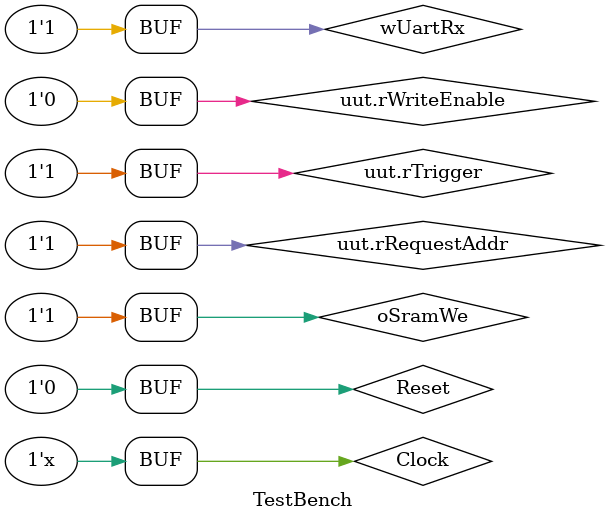
<source format=v>
`timescale 1ns / 1ps


module TestBench;

	// Inputs
	reg Clock;
	reg Reset;

	// Outputs
	wire [7:0] oLed;
	reg wUartTx,wUartRx;

	//SRAM pinout
 	wire [18:0] oSramAddr;
 	wire [7:0] oSramData;
 	wire oSramCe;
 	wire oSramWe;
 	wire oSramOe;

	// Instantiate the Unit Under Test (UUT)
	MiniAlu uut (
		.Clock(Clock), 
		.Reset(Reset), 
		.oUartTx(wUartTx),
		.iUartRx(wUartRx),
		.oLed(oLed),
		.oSramAddr(oSramAddr),
		.oSramData(oSramData),
		.oSramOe(oSramOe),
		.oSramWe(oSramWe),
		.oSramCe(oSramCe)	
	);
	
	always
	begin
		//#(31.25/2)  Clock =  ! Clock;	//32Mhz
		#5  Clock =  ! Clock;	//32Mhz

	end

	initial begin
		// Initialize Inputs
		Clock = 0;
		Reset = 0;

		// Wait 100 ns for global reset to finish
		#100;
		Reset = 1;
		wUartRx = 0;
		#50
		
		Reset = 0;
		#50
		#50
		#50
		#50
		#50
		#50

		uut.rWriteEnable = 0;
		uut.rTrigger     = 1;
		uut.rRequestAddr = 13'habcd;
		wUartRx = 1;
		#50
		wUartRx = 0 ;
		#50
		wUartRx = 1;
		#50
		oSramWe = 1;
		#50
		wUartRx = 0 ;
		#50
		wUartRx = 1;
        
		// Add stimulus here

	end
      
endmodule


</source>
